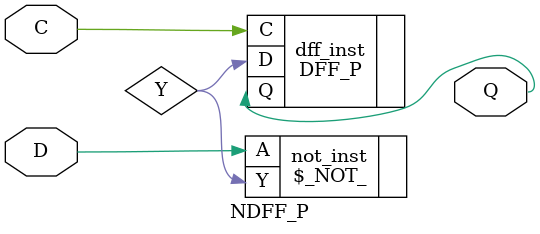
<source format=v>
module NDFF_P (C, D, Q);
	input C, D;
	output Q;

	wire Y;

	$_NOT_ not_inst (.A(D), .Y(Y));
	DFF_P dff_inst (.D(Y), .C(C), .Q(Q));
endmodule

</source>
